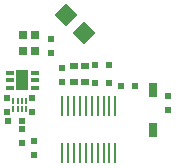
<source format=gbp>
G04*
G04 #@! TF.GenerationSoftware,Altium Limited,Altium Designer,20.0.13 (296)*
G04*
G04 Layer_Color=128*
%FSLAX25Y25*%
%MOIN*%
G70*
G01*
G75*
%ADD21R,0.02165X0.02165*%
%ADD23R,0.02165X0.02165*%
%ADD52R,0.02559X0.01378*%
%ADD53R,0.04331X0.06693*%
%ADD54R,0.02756X0.02953*%
%ADD55R,0.00591X0.01968*%
%ADD56R,0.00984X0.07087*%
%ADD57P,0.07795X4X90.0*%
%ADD58R,0.02953X0.04724*%
%ADD59R,0.02559X0.02362*%
D21*
X46300Y31000D02*
D03*
X41700D02*
D03*
X8600Y19500D02*
D03*
X4000D02*
D03*
X33200Y32000D02*
D03*
X37800D02*
D03*
X33200Y38000D02*
D03*
X37800D02*
D03*
D23*
X12000Y22400D02*
D03*
Y27000D02*
D03*
X22200Y37145D02*
D03*
Y32545D02*
D03*
X57500Y27800D02*
D03*
Y23200D02*
D03*
X18500Y42200D02*
D03*
Y46800D02*
D03*
X3890Y27124D02*
D03*
Y22524D02*
D03*
X12800Y12783D02*
D03*
Y8183D02*
D03*
X8600Y12200D02*
D03*
Y16800D02*
D03*
D52*
X4732Y30441D02*
D03*
Y33000D02*
D03*
Y35559D02*
D03*
X13000D02*
D03*
Y33000D02*
D03*
Y30441D02*
D03*
D53*
X8866Y33000D02*
D03*
D54*
X12968Y48158D02*
D03*
Y42843D02*
D03*
X9031D02*
D03*
Y48158D02*
D03*
D55*
X10000Y23244D02*
D03*
X8622D02*
D03*
X7244D02*
D03*
X5866D02*
D03*
Y26000D02*
D03*
X7244D02*
D03*
X8622D02*
D03*
X10000D02*
D03*
D56*
X39858Y8626D02*
D03*
Y24374D02*
D03*
X37890Y8626D02*
D03*
Y24374D02*
D03*
X35921Y8626D02*
D03*
Y24374D02*
D03*
X33953Y8626D02*
D03*
Y24374D02*
D03*
X31984Y8626D02*
D03*
Y24374D02*
D03*
X30016Y8626D02*
D03*
Y24374D02*
D03*
X28047Y8626D02*
D03*
Y24374D02*
D03*
X26079Y8626D02*
D03*
Y24374D02*
D03*
X24110Y8626D02*
D03*
Y24374D02*
D03*
X22142Y8626D02*
D03*
Y24374D02*
D03*
D57*
X29562Y48608D02*
D03*
X23438Y54733D02*
D03*
D58*
X52500Y16307D02*
D03*
Y29693D02*
D03*
D59*
X26228Y32244D02*
D03*
X29772D02*
D03*
Y37756D02*
D03*
X26228D02*
D03*
M02*

</source>
